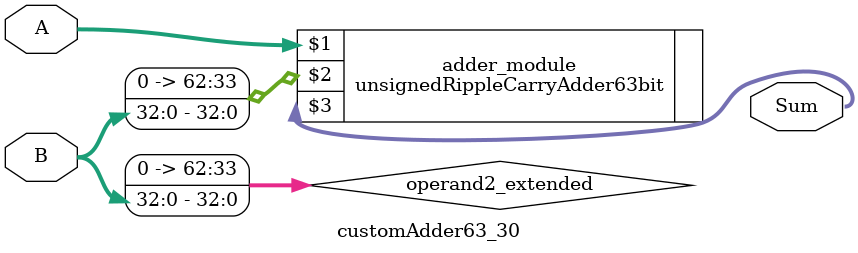
<source format=v>
module customAdder63_30(
                        input [62 : 0] A,
                        input [32 : 0] B,
                        
                        output [63 : 0] Sum
                );

        wire [62 : 0] operand2_extended;
        
        assign operand2_extended =  {30'b0, B};
        
        unsignedRippleCarryAdder63bit adder_module(
            A,
            operand2_extended,
            Sum
        );
        
        endmodule
        
</source>
